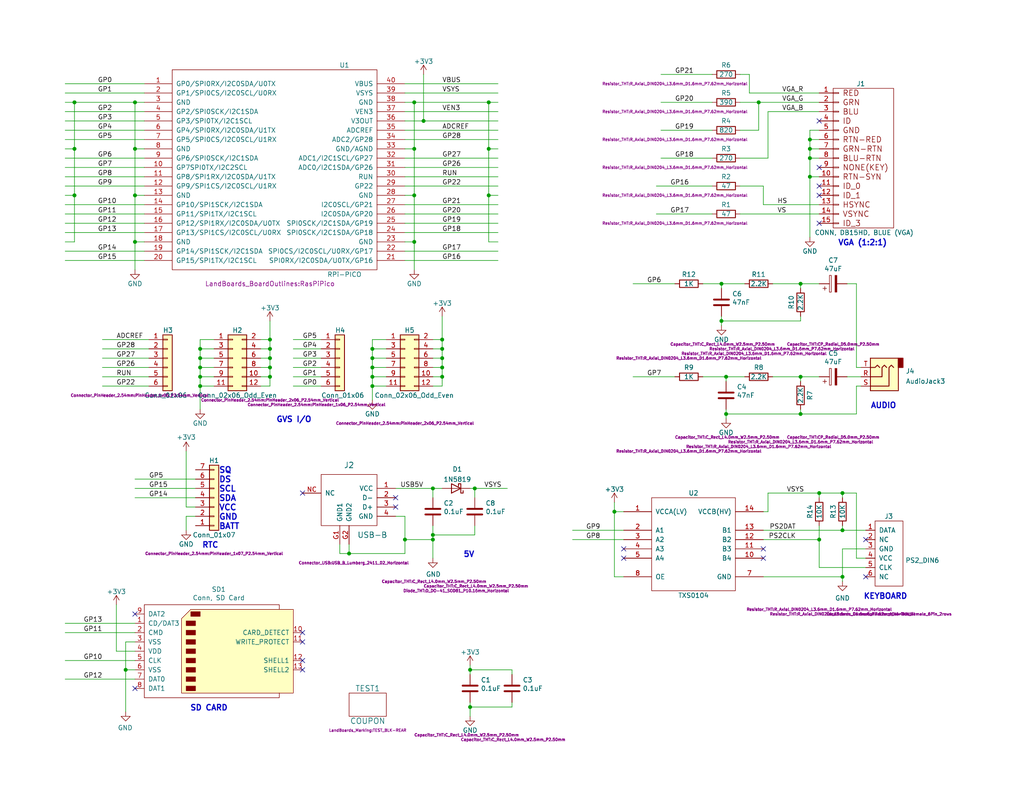
<source format=kicad_sch>
(kicad_sch (version 20211123) (generator eeschema)
  (paper "A")
  (title_block (title "PiPicoMite03") (date "2022-06-18") (rev "1") (company "land-boards.com"))
  (lib_symbols
    (symbol "Connector:AudioJack3"
      (property "Reference" "J" (at 0 8.89 0))
      (property "Value" "AudioJack3" (at 0 6.35 0))
      (symbol "AudioJack3_1_1"
        (pin passive line (at 5.08 0 180) (length 2.54) (name "~") (number "R"))
        (pin passive line (at 5.08 2.54 180) (length 2.54) (name "~") (number "S"))
        (pin passive line (at 5.08 -2.54 180) (length 2.54) (name "~") (number "T"))
      )
    )
    (symbol "Connector_Generic:Conn_01x06" (pin_names (offset 1.016) hide)
      (property "Reference" "J" (at 0 7.62 0))
      (property "Value" "Conn_01x06" (at 0 -10.16 0))
      (symbol "Conn_01x06_1_1"
        (pin passive line (at -5.08 5.08 0) (length 3.81) (name "Pin_1") (number "1"))
        (pin passive line (at -5.08 2.54 0) (length 3.81) (name "Pin_2") (number "2"))
        (pin passive line (at -5.08 0 0) (length 3.81) (name "Pin_3") (number "3"))
        (pin passive line (at -5.08 -2.54 0) (length 3.81) (name "Pin_4") (number "4"))
        (pin passive line (at -5.08 -5.08 0) (length 3.81) (name "Pin_5") (number "5"))
        (pin passive line (at -5.08 -7.62 0) (length 3.81) (name "Pin_6") (number "6"))
      )
    )
    (symbol "Connector_Generic:Conn_01x07" (pin_names (offset 1.016) hide)
      (property "Reference" "J" (at 0 10.16 0))
      (property "Value" "Conn_01x07" (at 0 -10.16 0))
      (symbol "Conn_01x07_1_1"
        (pin passive line (at -5.08 7.62 0) (length 3.81) (name "Pin_1") (number "1"))
        (pin passive line (at -5.08 5.08 0) (length 3.81) (name "Pin_2") (number "2"))
        (pin passive line (at -5.08 2.54 0) (length 3.81) (name "Pin_3") (number "3"))
        (pin passive line (at -5.08 0 0) (length 3.81) (name "Pin_4") (number "4"))
        (pin passive line (at -5.08 -2.54 0) (length 3.81) (name "Pin_5") (number "5"))
        (pin passive line (at -5.08 -5.08 0) (length 3.81) (name "Pin_6") (number "6"))
        (pin passive line (at -5.08 -7.62 0) (length 3.81) (name "Pin_7") (number "7"))
      )
    )
    (symbol "Connector_Generic:Conn_02x06_Odd_Even" (pin_names (offset 1.016) hide)
      (property "Reference" "J" (at 1.27 7.62 0))
      (property "Value" "Conn_02x06_Odd_Even" (at 1.27 -10.16 0))
      (symbol "Conn_02x06_Odd_Even_1_1"
        (pin passive line (at -5.08 5.08 0) (length 3.81) (name "Pin_1") (number "1"))
        (pin passive line (at 7.62 -5.08 180) (length 3.81) (name "Pin_10") (number "10"))
        (pin passive line (at -5.08 -7.62 0) (length 3.81) (name "Pin_11") (number "11"))
        (pin passive line (at 7.62 -7.62 180) (length 3.81) (name "Pin_12") (number "12"))
        (pin passive line (at 7.62 5.08 180) (length 3.81) (name "Pin_2") (number "2"))
        (pin passive line (at -5.08 2.54 0) (length 3.81) (name "Pin_3") (number "3"))
        (pin passive line (at 7.62 2.54 180) (length 3.81) (name "Pin_4") (number "4"))
        (pin passive line (at -5.08 0 0) (length 3.81) (name "Pin_5") (number "5"))
        (pin passive line (at 7.62 0 180) (length 3.81) (name "Pin_6") (number "6"))
        (pin passive line (at -5.08 -2.54 0) (length 3.81) (name "Pin_7") (number "7"))
        (pin passive line (at 7.62 -2.54 180) (length 3.81) (name "Pin_8") (number "8"))
        (pin passive line (at -5.08 -5.08 0) (length 3.81) (name "Pin_9") (number "9"))
      )
    )
    (symbol "Device:C" (pin_numbers hide) (pin_names (offset 0.254))
      (property "Reference" "C" (at 0.635 2.54 0))
      (property "Value" "C" (at 0.635 -2.54 0))
      (symbol "C_1_1"
        (pin passive line (at 0 3.81 270) (length 2.794) (name "~") (number "1"))
        (pin passive line (at 0 -3.81 90) (length 2.794) (name "~") (number "2"))
      )
    )
    (symbol "Device:C_Polarized" (pin_numbers hide) (pin_names (offset 0.254))
      (property "Reference" "C" (at 0.635 2.54 0))
      (property "Value" "C_Polarized" (at 0.635 -2.54 0))
      (symbol "C_Polarized_1_1"
        (pin passive line (at 0 3.81 270) (length 2.794) (name "~") (number "1"))
        (pin passive line (at 0 -3.81 90) (length 2.794) (name "~") (number "2"))
      )
    )
    (symbol "Device:D_Schottky" (pin_numbers hide) (pin_names (offset 1.016) hide)
      (property "Reference" "D" (at 0 2.54 0))
      (property "Value" "D_Schottky" (at 0 -2.54 0))
      (symbol "D_Schottky_1_1"
        (pin passive line (at -3.81 0 0) (length 2.54) (name "K") (number "1"))
        (pin passive line (at 3.81 0 180) (length 2.54) (name "A") (number "2"))
      )
    )
    (symbol "Device:R" (pin_numbers hide) (pin_names (offset 0))
      (property "Reference" "R" (at 2.032 0 90))
      (property "Value" "R" (at 0 0 90))
      (symbol "R_1_1"
        (pin passive line (at 0 3.81 270) (length 1.27) (name "~") (number "1"))
        (pin passive line (at 0 -3.81 90) (length 1.27) (name "~") (number "2"))
      )
    )
    (symbol "LandBoards:COUPON" (pin_names (offset 1.016))
      (property "Reference" "COUP?" (at 0 0 0))
      (property "Value" "LandBoards_COUPON" (at 0 0 0))
    )
    (symbol "LandBoards_Conns:PS2_DIN6" (pin_names (offset 1.016))
      (property "Reference" "J" (at -1.27 10.16 0))
      (property "Value" "PS2_DIN6" (at -1.27 -10.16 0))
      (symbol "PS2_DIN6_1_1"
        (pin input line (at -6.35 6.35 0) (length 2.54) (name "DATA") (number "1"))
        (pin input line (at -6.35 3.81 0) (length 2.54) (name "NC") (number "2"))
        (pin input line (at -6.35 1.27 0) (length 2.54) (name "GND") (number "3"))
        (pin input line (at -6.35 -1.27 0) (length 2.54) (name "VCC") (number "4"))
        (pin input line (at -6.35 -3.81 0) (length 2.54) (name "CLK") (number "5"))
        (pin input line (at -6.35 -6.35 0) (length 2.54) (name "NC") (number "6"))
      )
    )
    (symbol "LandBoards_Conns:USB-B" (pin_names (offset 1.016))
      (property "Reference" "J" (at 2.54 19.05 0))
      (property "Value" "LandBoards_Conns_USB-B" (at 5.08 2.54 0))
      (symbol "USB-B_1_1"
        (pin power_out line (at 11.43 13.97 180) (length 5.08) (name "VCC") (number "1"))
        (pin bidirectional line (at 11.43 11.43 180) (length 5.08) (name "D-") (number "2"))
        (pin bidirectional line (at 11.43 8.89 180) (length 5.08) (name "D+") (number "3"))
        (pin power_out line (at 11.43 6.35 180) (length 5.08) (name "GND") (number "4"))
        (pin passive line (at -3.81 -1.27 90) (length 5.08) (name "GND1") (number "G1"))
        (pin passive line (at -1.27 -1.27 90) (length 5.08) (name "GND2") (number "G2"))
        (pin power_in line (at -13.97 12.7 0) (length 5.08) (name "NC") (number "NC"))
      )
    )
    (symbol "LandBoards_Conns:VGA" (pin_names (offset 1.016) hide)
      (property "Reference" "P" (at -6.35 20.32 0))
      (property "Value" "LandBoards_Conns_VGA" (at -1.27 -20.32 0))
      (symbol "VGA_0_0"
        (text "BLU" (at -5.08 12.7 0) (effects (font (size 1.524 1.524)) (justify left)))
        (text "BLU-RTN" (at -5.08 0 0) (effects (font (size 1.524 1.524)) (justify left)))
        (text "GND" (at -5.08 7.62 0) (effects (font (size 1.524 1.524)) (justify left)))
        (text "GRN" (at -5.08 15.24 0) (effects (font (size 1.524 1.524)) (justify left)))
        (text "GRN-RTN" (at -5.08 2.54 0) (effects (font (size 1.524 1.524)) (justify left)))
        (text "HSYNC" (at -5.08 -12.7 0) (effects (font (size 1.524 1.524)) (justify left)))
        (text "ID" (at -5.08 10.16 0) (effects (font (size 1.524 1.524)) (justify left)))
        (text "ID_0" (at -5.08 -7.62 0) (effects (font (size 1.524 1.524)) (justify left)))
        (text "ID_1" (at -5.08 -10.16 0) (effects (font (size 1.524 1.524)) (justify left)))
        (text "ID_3" (at -5.08 -17.78 0) (effects (font (size 1.524 1.524)) (justify left)))
        (text "NONE(KEY)" (at -5.08 -2.54 0) (effects (font (size 1.524 1.524)) (justify left)))
        (text "RED" (at -5.08 17.78 0) (effects (font (size 1.524 1.524)) (justify left)))
        (text "RTN-RED" (at -5.08 5.08 0) (effects (font (size 1.524 1.524)) (justify left)))
        (text "RTN-SYN" (at -5.08 -5.08 0) (effects (font (size 1.524 1.524)) (justify left)))
        (text "VSYNC" (at -5.08 -15.24 0) (effects (font (size 1.524 1.524)) (justify left)))
      )
      (symbol "VGA_1_1"
        (pin passive line (at -11.43 17.78 0) (length 3.81) (name "P1") (number "1"))
        (pin passive line (at -11.43 -5.08 0) (length 3.81) (name "P10") (number "10"))
        (pin passive line (at -11.43 -7.62 0) (length 3.81) (name "P11") (number "11"))
        (pin passive line (at -11.43 -10.16 0) (length 3.81) (name "P12") (number "12"))
        (pin passive line (at -11.43 -12.7 0) (length 3.81) (name "P13") (number "13"))
        (pin passive line (at -11.43 -15.24 0) (length 3.81) (name "P14") (number "14"))
        (pin passive line (at -11.43 -17.78 0) (length 3.81) (name "P15") (number "15"))
        (pin passive line (at -11.43 15.24 0) (length 3.81) (name "P2") (number "2"))
        (pin passive line (at -11.43 12.7 0) (length 3.81) (name "P3") (number "3"))
        (pin passive line (at -11.43 10.16 0) (length 3.81) (name "P4") (number "4"))
        (pin passive line (at -11.43 7.62 0) (length 3.81) (name "P5") (number "5"))
        (pin passive line (at -11.43 5.08 0) (length 3.81) (name "P6") (number "6"))
        (pin passive line (at -11.43 2.54 0) (length 3.81) (name "P7") (number "7"))
        (pin passive line (at -11.43 0 0) (length 3.81) (name "P8") (number "8"))
        (pin passive line (at -11.43 -2.54 0) (length 3.81) (name "P9") (number "9"))
      )
    )
    (symbol "LandBoards_Semis:RPi-PICO" (pin_names (offset 1.016))
      (property "Reference" "U1" (at 0 29.591 0))
      (property "Value" "RPi-PICO" (at 0 27.2796 0))
      (property "Footprint" "LandBoards_BoardOutlines:RasPiPico" (at -2.54 -33.02 0))
      (symbol "RPi-PICO_1_1"
        (pin bidirectional line (at -36.83 21.59 0) (length 7.62) (name "GP0/SPI0RX/I2C0SDA/U0TX") (number "1"))
        (pin bidirectional line (at -36.83 -1.27 0) (length 7.62) (name "GP7SPI0TX/I2C2SCL") (number "10"))
        (pin bidirectional line (at -36.83 -3.81 0) (length 7.62) (name "GP8/SPI1RX/I2C0SDA/U1TX") (number "11"))
        (pin bidirectional line (at -36.83 -6.35 0) (length 7.62) (name "GP9/SPI1CS/I2C0SCL/U1RX") (number "12"))
        (pin power_in line (at -36.83 -8.89 0) (length 7.62) (name "GND") (number "13"))
        (pin bidirectional line (at -36.83 -11.43 0) (length 7.62) (name "GP10/SPI1SCK/I2C1SDA") (number "14"))
        (pin bidirectional line (at -36.83 -13.97 0) (length 7.62) (name "GP11/SPI1TX/I2C1SCL") (number "15"))
        (pin bidirectional line (at -36.83 -16.51 0) (length 7.62) (name "GP12/SPI1RX/I2C0SDA/U0TX") (number "16"))
        (pin bidirectional line (at -36.83 -19.05 0) (length 7.62) (name "GP13/SPI1CS/I2C0SCL/U0RX") (number "17"))
        (pin power_in line (at -36.83 -21.59 0) (length 7.62) (name "GND") (number "18"))
        (pin bidirectional line (at -36.83 -24.13 0) (length 7.62) (name "GP14/SPI1SCK/I2C1SDA") (number "19"))
        (pin bidirectional line (at -36.83 19.05 0) (length 7.62) (name "GP1/SPI0CS/I2C0SCL/U0RX") (number "2"))
        (pin bidirectional line (at -36.83 -26.67 0) (length 7.62) (name "GP15/SPI1TX/I2C1SCL") (number "20"))
        (pin bidirectional line (at 34.29 -26.67 180) (length 7.62) (name "SPI0RX/I2C0SDA/U0TX/GP16") (number "21"))
        (pin bidirectional line (at 34.29 -24.13 180) (length 7.62) (name "SPI0CS/I2C0SCL/U0RX/GP17") (number "22"))
        (pin power_in line (at 34.29 -21.59 180) (length 7.62) (name "GND") (number "23"))
        (pin bidirectional line (at 34.29 -19.05 180) (length 7.62) (name "SPI0SCK/I2C1SDA/GP18") (number "24"))
        (pin bidirectional line (at 34.29 -16.51 180) (length 7.62) (name "SPI0SCK/I2C1SDA/GP19") (number "25"))
        (pin bidirectional line (at 34.29 -13.97 180) (length 7.62) (name "I2C0SDA/GP20") (number "26"))
        (pin bidirectional line (at 34.29 -11.43 180) (length 7.62) (name "I2C0SCL/GP21") (number "27"))
        (pin power_in line (at 34.29 -8.89 180) (length 7.62) (name "GND") (number "28"))
        (pin bidirectional line (at 34.29 -6.35 180) (length 7.62) (name "GP22") (number "29"))
        (pin power_in line (at -36.83 16.51 0) (length 7.62) (name "GND") (number "3"))
        (pin input line (at 34.29 -3.81 180) (length 7.62) (name "RUN") (number "30"))
        (pin bidirectional line (at 34.29 -1.27 180) (length 7.62) (name "ADC0/I2C1SDA/GP26") (number "31"))
        (pin bidirectional line (at 34.29 1.27 180) (length 7.62) (name "ADC1/I2C1SCL/GP27") (number "32"))
        (pin power_in line (at 34.29 3.81 180) (length 7.62) (name "GND/AGND") (number "33"))
        (pin bidirectional line (at 34.29 6.35 180) (length 7.62) (name "ADC2/GP28") (number "34"))
        (pin power_in line (at 34.29 8.89 180) (length 7.62) (name "ADCREF") (number "35"))
        (pin power_out line (at 34.29 11.43 180) (length 7.62) (name "V3OUT") (number "36"))
        (pin bidirectional line (at 34.29 13.97 180) (length 7.62) (name "VEN3") (number "37"))
        (pin power_in line (at 34.29 16.51 180) (length 7.62) (name "GND") (number "38"))
        (pin power_in line (at 34.29 19.05 180) (length 7.62) (name "VSYS") (number "39"))
        (pin bidirectional line (at -36.83 13.97 0) (length 7.62) (name "GP2/SPI0SCK/I2C1SDA") (number "4"))
        (pin power_out line (at 34.29 21.59 180) (length 7.62) (name "VBUS") (number "40"))
        (pin bidirectional line (at -36.83 11.43 0) (length 7.62) (name "GP3/SPI0TX/I2C1SCL") (number "5"))
        (pin bidirectional line (at -36.83 8.89 0) (length 7.62) (name "GP4/SPI0RX/I2C0SDA/U1TX") (number "6"))
        (pin bidirectional line (at -36.83 6.35 0) (length 7.62) (name "GP5/SPI0CS/I2C0SCL/U1RX") (number "7"))
        (pin power_in line (at -36.83 3.81 0) (length 7.62) (name "GND") (number "8"))
        (pin bidirectional line (at -36.83 1.27 0) (length 7.62) (name "GP6/SPI0SCK/I2C1SDA") (number "9"))
      )
    )
    (symbol "LandBoards_Semis:TXS0104" (pin_names (offset 1.016))
      (property "Reference" "U" (at -2.54 13.97 0))
      (property "Value" "TXS0104" (at -1.27 -13.97 0))
      (symbol "TXS0104_1_1"
        (pin passive line (at -19.05 8.89 0) (length 7.62) (name "VCCA(LV)") (number "1"))
        (pin bidirectional line (at 19.05 -3.81 180) (length 7.62) (name "B4") (number "10"))
        (pin bidirectional line (at 19.05 -1.27 180) (length 7.62) (name "B3") (number "11"))
        (pin bidirectional line (at 19.05 1.27 180) (length 7.62) (name "B2") (number "12"))
        (pin bidirectional line (at 19.05 3.81 180) (length 7.62) (name "B1") (number "13"))
        (pin passive line (at 19.05 8.89 180) (length 7.62) (name "VCCB(HV)") (number "14"))
        (pin bidirectional line (at -19.05 3.81 0) (length 7.62) (name "A1") (number "2"))
        (pin bidirectional line (at -19.05 1.27 0) (length 7.62) (name "A2") (number "3"))
        (pin bidirectional line (at -19.05 -1.27 0) (length 7.62) (name "A3") (number "4"))
        (pin bidirectional line (at -19.05 -3.81 0) (length 7.62) (name "A4") (number "5"))
        (pin passive line (at 19.05 -8.89 180) (length 7.62) (name "GND") (number "7"))
        (pin input line (at -19.05 -8.89 0) (length 7.62) (name "OE") (number "8"))
      )
    )
    (symbol "PiPico-01-rescue:SD_Card-Connector-ESP32-VGA-rescue" (pin_names (offset 1.016))
      (property "Reference" "J" (at -16.51 13.97 0))
      (property "Value" "SD_Card-Connector-ESP32-VGA-rescue" (at 15.24 -13.97 0))
      (symbol "SD_Card-Connector-ESP32-VGA-rescue_1_1"
        (pin input line (at -22.86 7.62 0) (length 2.54) (name "CD/DAT3") (number "1"))
        (pin input line (at 22.86 5.08 180) (length 2.54) (name "CARD_DETECT") (number "10"))
        (pin input line (at 22.86 2.54 180) (length 2.54) (name "WRITE_PROTECT") (number "11"))
        (pin input line (at 22.86 -2.54 180) (length 2.54) (name "SHELL1") (number "12"))
        (pin input line (at 22.86 -5.08 180) (length 2.54) (name "SHELL2") (number "13"))
        (pin input line (at -22.86 5.08 0) (length 2.54) (name "CMD") (number "2"))
        (pin power_in line (at -22.86 2.54 0) (length 2.54) (name "VSS") (number "3"))
        (pin power_in line (at -22.86 0 0) (length 2.54) (name "VDD") (number "4"))
        (pin input line (at -22.86 -2.54 0) (length 2.54) (name "CLK") (number "5"))
        (pin power_in line (at -22.86 -5.08 0) (length 2.54) (name "VSS") (number "6"))
        (pin input line (at -22.86 -7.62 0) (length 2.54) (name "DAT0") (number "7"))
        (pin input line (at -22.86 -10.16 0) (length 2.54) (name "DAT1") (number "8"))
        (pin input line (at -22.86 10.16 0) (length 2.54) (name "DAT2") (number "9"))
      )
    )
    (symbol "power:+3.3V" (power) (pin_names (offset 0))
      (property "Value" "+3.3V" (at 0 3.556 0))
      (symbol "+3.3V_1_1"
        (pin power_in line (at 0 0 90) (length 0) hide (name "+3V3") (number "1"))
      )
    )
    (symbol "power:GND" (power) (pin_names (offset 0))
      (property "Value" "GND" (at 0 -3.81 0))
      (symbol "GND_1_1"
        (pin power_in line (at 0 0 270) (length 0) hide (name "GND") (number "1"))
      )
    )
  )
  (junction (at 54.61 105.41))
  (junction (at 20.32 53.34))
  (junction (at 101.6 97.79))
  (junction (at 118.11 146.05))
  (junction (at 73.66 92.71))
  (junction (at 196.85 77.47))
  (junction (at 73.66 100.33))
  (junction (at 198.12 102.87))
  (junction (at 36.83 53.34))
  (junction (at 118.11 133.35))
  (junction (at 36.83 27.94))
  (junction (at 54.61 100.33))
  (junction (at 133.35 40.64))
  (junction (at 167.64 139.7))
  (junction (at 220.98 40.64))
  (junction (at 34.29 182.88))
  (junction (at 54.61 95.25))
  (junction (at 36.83 66.04))
  (junction (at 101.6 105.41))
  (junction (at 133.35 53.34))
  (junction (at 223.52 134.62))
  (junction (at 113.03 27.94))
  (junction (at 198.12 113.03))
  (junction (at 115.57 33.02))
  (junction (at 20.32 40.64))
  (junction (at 20.32 27.94))
  (junction (at 73.66 95.25))
  (junction (at 113.03 66.04))
  (junction (at 196.85 87.63))
  (junction (at 129.54 133.35))
  (junction (at 220.98 48.26))
  (junction (at 220.98 43.18))
  (junction (at 218.44 102.87))
  (junction (at 120.65 102.87))
  (junction (at 120.65 92.71))
  (junction (at 101.6 102.87))
  (junction (at 229.87 134.62))
  (junction (at 73.66 97.79))
  (junction (at 218.44 77.47))
  (junction (at 133.35 27.94))
  (junction (at 36.83 40.64))
  (junction (at 101.6 95.25))
  (junction (at 110.49 147.32))
  (junction (at 54.61 97.79))
  (junction (at 120.65 97.79))
  (junction (at 95.25 151.13))
  (junction (at 229.87 157.48))
  (junction (at 128.27 182.88))
  (junction (at 101.6 100.33))
  (junction (at 229.87 144.78))
  (junction (at 73.66 102.87))
  (junction (at 120.65 100.33))
  (junction (at 118.11 147.32))
  (junction (at 113.03 40.64))
  (junction (at 218.44 113.03))
  (junction (at 120.65 95.25))
  (junction (at 220.98 38.1))
  (junction (at 128.27 193.04))
  (junction (at 207.01 27.94))
  (junction (at 113.03 53.34))
  (junction (at 223.52 147.32))
  (junction (at 54.61 102.87))
  (no_connect (at 107.95 138.43))
  (no_connect (at 107.95 135.89))
  (no_connect (at 82.55 134.62))
  (no_connect (at 36.83 167.64))
  (no_connect (at 82.55 175.26))
  (no_connect (at 82.55 172.72))
  (no_connect (at 36.83 187.96))
  (no_connect (at 170.18 152.4))
  (no_connect (at 170.18 149.86))
  (no_connect (at 208.28 149.86))
  (no_connect (at 208.28 152.4))
  (no_connect (at 236.22 157.48))
  (no_connect (at 236.22 147.32))
  (no_connect (at 82.55 182.88))
  (no_connect (at 82.55 180.34))
  (no_connect (at 223.52 53.34))
  (no_connect (at 223.52 60.96))
  (no_connect (at 223.52 45.72))
  (no_connect (at 223.52 33.02))
  (no_connect (at 223.52 50.8))
  (wire (pts (xy 118.11 95.25) (xy 120.65 95.25)))
  (wire (pts (xy 39.37 33.02) (xy 17.78 33.02)))
  (wire (pts (xy 39.37 53.34) (xy 36.83 53.34)))
  (wire (pts (xy 36.83 40.64) (xy 36.83 27.94)))
  (wire (pts (xy 129.54 135.89) (xy 129.54 133.35)))
  (wire (pts (xy 36.83 27.94) (xy 39.37 27.94)))
  (wire (pts (xy 229.87 134.62) (xy 229.87 135.89)))
  (wire (pts (xy 34.29 175.26) (xy 34.29 182.88)))
  (wire (pts (xy 194.31 35.56) (xy 180.34 35.56)))
  (wire (pts (xy 135.89 48.26) (xy 110.49 48.26)))
  (wire (pts (xy 233.68 152.4) (xy 233.68 134.62)))
  (wire (pts (xy 54.61 100.33) (xy 54.61 97.79)))
  (wire (pts (xy 101.6 97.79) (xy 101.6 95.25)))
  (wire (pts (xy 218.44 102.87) (xy 218.44 104.14)))
  (wire (pts (xy 223.52 147.32) (xy 223.52 143.51)))
  (wire (pts (xy 39.37 38.1) (xy 17.78 38.1)))
  (wire (pts (xy 156.21 147.32) (xy 170.18 147.32)))
  (wire (pts (xy 53.34 140.97) (xy 50.8 140.97)))
  (wire (pts (xy 31.75 165.1) (xy 31.75 177.8)))
  (wire (pts (xy 129.54 146.05) (xy 129.54 143.51)))
  (wire (pts (xy 223.52 58.42) (xy 201.93 58.42)))
  (wire (pts (xy 231.14 77.47) (xy 233.68 77.47)))
  (wire (pts (xy 110.49 66.04) (xy 113.03 66.04)))
  (wire (pts (xy 118.11 100.33) (xy 120.65 100.33)))
  (wire (pts (xy 236.22 144.78) (xy 229.87 144.78)))
  (wire (pts (xy 54.61 102.87) (xy 58.42 102.87)))
  (wire (pts (xy 236.22 152.4) (xy 233.68 152.4)))
  (wire (pts (xy 54.61 95.25) (xy 58.42 95.25)))
  (wire (pts (xy 128.27 181.61) (xy 128.27 182.88)))
  (wire (pts (xy 101.6 100.33) (xy 105.41 100.33)))
  (wire (pts (xy 133.35 40.64) (xy 133.35 53.34)))
  (wire (pts (xy 135.89 58.42) (xy 110.49 58.42)))
  (wire (pts (xy 233.68 100.33) (xy 233.68 77.47)))
  (wire (pts (xy 220.98 38.1) (xy 220.98 40.64)))
  (wire (pts (xy 128.27 182.88) (xy 139.7 182.88)))
  (wire (pts (xy 196.85 87.63) (xy 196.85 88.9)))
  (wire (pts (xy 54.61 102.87) (xy 54.61 100.33)))
  (wire (pts (xy 135.89 60.96) (xy 110.49 60.96)))
  (wire (pts (xy 110.49 35.56) (xy 135.89 35.56)))
  (wire (pts (xy 95.25 151.13) (xy 110.49 151.13)))
  (wire (pts (xy 218.44 111.76) (xy 218.44 113.03)))
  (wire (pts (xy 39.37 25.4) (xy 17.78 25.4)))
  (wire (pts (xy 36.83 182.88) (xy 34.29 182.88)))
  (wire (pts (xy 110.49 53.34) (xy 113.03 53.34)))
  (wire (pts (xy 120.65 86.36) (xy 120.65 92.71)))
  (wire (pts (xy 39.37 71.12) (xy 17.78 71.12)))
  (wire (pts (xy 20.32 40.64) (xy 20.32 53.34)))
  (wire (pts (xy 71.12 97.79) (xy 73.66 97.79)))
  (wire (pts (xy 80.01 102.87) (xy 87.63 102.87)))
  (wire (pts (xy 20.32 40.64) (xy 17.78 40.64)))
  (wire (pts (xy 234.95 105.41) (xy 233.68 105.41)))
  (wire (pts (xy 218.44 102.87) (xy 223.52 102.87)))
  (wire (pts (xy 39.37 45.72) (xy 17.78 45.72)))
  (wire (pts (xy 208.28 157.48) (xy 229.87 157.48)))
  (wire (pts (xy 73.66 97.79) (xy 73.66 100.33)))
  (wire (pts (xy 220.98 40.64) (xy 220.98 43.18)))
  (wire (pts (xy 101.6 97.79) (xy 105.41 97.79)))
  (wire (pts (xy 40.64 105.41) (xy 27.94 105.41)))
  (wire (pts (xy 133.35 53.34) (xy 133.35 66.04)))
  (wire (pts (xy 39.37 50.8) (xy 17.78 50.8)))
  (wire (pts (xy 73.66 92.71) (xy 73.66 95.25)))
  (wire (pts (xy 204.47 20.32) (xy 204.47 25.4)))
  (wire (pts (xy 118.11 146.05) (xy 129.54 146.05)))
  (wire (pts (xy 36.83 73.66) (xy 36.83 66.04)))
  (wire (pts (xy 167.64 139.7) (xy 167.64 137.16)))
  (wire (pts (xy 20.32 27.94) (xy 36.83 27.94)))
  (wire (pts (xy 54.61 100.33) (xy 58.42 100.33)))
  (wire (pts (xy 133.35 27.94) (xy 135.89 27.94)))
  (wire (pts (xy 40.64 100.33) (xy 27.94 100.33)))
  (wire (pts (xy 54.61 97.79) (xy 54.61 95.25)))
  (wire (pts (xy 92.71 151.13) (xy 95.25 151.13)))
  (wire (pts (xy 107.95 133.35) (xy 118.11 133.35)))
  (wire (pts (xy 95.25 151.13) (xy 95.25 148.59)))
  (wire (pts (xy 113.03 27.94) (xy 133.35 27.94)))
  (wire (pts (xy 39.37 66.04) (xy 36.83 66.04)))
  (wire (pts (xy 208.28 147.32) (xy 223.52 147.32)))
  (wire (pts (xy 107.95 140.97) (xy 110.49 140.97)))
  (wire (pts (xy 80.01 100.33) (xy 87.63 100.33)))
  (wire (pts (xy 36.83 135.89) (xy 53.34 135.89)))
  (wire (pts (xy 36.83 175.26) (xy 34.29 175.26)))
  (wire (pts (xy 58.42 105.41) (xy 54.61 105.41)))
  (wire (pts (xy 179.07 58.42) (xy 194.31 58.42)))
  (wire (pts (xy 172.72 102.87) (xy 184.15 102.87)))
  (wire (pts (xy 196.85 87.63) (xy 218.44 87.63)))
  (wire (pts (xy 110.49 147.32) (xy 118.11 147.32)))
  (wire (pts (xy 17.78 180.34) (xy 36.83 180.34)))
  (wire (pts (xy 101.6 102.87) (xy 105.41 102.87)))
  (wire (pts (xy 218.44 77.47) (xy 218.44 78.74)))
  (wire (pts (xy 115.57 33.02) (xy 135.89 33.02)))
  (wire (pts (xy 80.01 105.41) (xy 87.63 105.41)))
  (wire (pts (xy 53.34 138.43) (xy 50.8 138.43)))
  (wire (pts (xy 39.37 60.96) (xy 17.78 60.96)))
  (wire (pts (xy 220.98 35.56) (xy 220.98 38.1)))
  (wire (pts (xy 218.44 113.03) (xy 233.68 113.03)))
  (wire (pts (xy 120.65 92.71) (xy 120.65 95.25)))
  (wire (pts (xy 118.11 133.35) (xy 120.65 133.35)))
  (wire (pts (xy 172.72 77.47) (xy 184.15 77.47)))
  (wire (pts (xy 129.54 133.35) (xy 138.43 133.35)))
  (wire (pts (xy 220.98 40.64) (xy 223.52 40.64)))
  (wire (pts (xy 39.37 48.26) (xy 17.78 48.26)))
  (wire (pts (xy 220.98 48.26) (xy 223.52 48.26)))
  (wire (pts (xy 101.6 95.25) (xy 101.6 92.71)))
  (wire (pts (xy 39.37 22.86) (xy 17.78 22.86)))
  (wire (pts (xy 223.52 35.56) (xy 220.98 35.56)))
  (wire (pts (xy 80.01 95.25) (xy 87.63 95.25)))
  (wire (pts (xy 135.89 68.58) (xy 110.49 68.58)))
  (wire (pts (xy 201.93 35.56) (xy 207.01 35.56)))
  (wire (pts (xy 120.65 100.33) (xy 120.65 102.87)))
  (wire (pts (xy 115.57 33.02) (xy 115.57 20.32)))
  (wire (pts (xy 71.12 102.87) (xy 73.66 102.87)))
  (wire (pts (xy 167.64 139.7) (xy 167.64 157.48)))
  (wire (pts (xy 210.82 102.87) (xy 218.44 102.87)))
  (wire (pts (xy 133.35 66.04) (xy 135.89 66.04)))
  (wire (pts (xy 223.52 134.62) (xy 223.52 135.89)))
  (wire (pts (xy 71.12 105.41) (xy 73.66 105.41)))
  (wire (pts (xy 113.03 53.34) (xy 113.03 40.64)))
  (wire (pts (xy 209.55 139.7) (xy 208.28 139.7)))
  (wire (pts (xy 101.6 102.87) (xy 101.6 100.33)))
  (wire (pts (xy 167.64 157.48) (xy 170.18 157.48)))
  (wire (pts (xy 110.49 151.13) (xy 110.49 147.32)))
  (wire (pts (xy 128.27 191.77) (xy 128.27 193.04)))
  (wire (pts (xy 50.8 140.97) (xy 50.8 144.78)))
  (wire (pts (xy 198.12 104.14) (xy 198.12 102.87)))
  (wire (pts (xy 40.64 95.25) (xy 27.94 95.25)))
  (wire (pts (xy 229.87 157.48) (xy 229.87 158.75)))
  (wire (pts (xy 218.44 87.63) (xy 218.44 86.36)))
  (wire (pts (xy 135.89 71.12) (xy 110.49 71.12)))
  (wire (pts (xy 139.7 184.15) (xy 139.7 182.88)))
  (wire (pts (xy 39.37 55.88) (xy 17.78 55.88)))
  (wire (pts (xy 233.68 105.41) (xy 233.68 113.03)))
  (wire (pts (xy 209.55 134.62) (xy 223.52 134.62)))
  (wire (pts (xy 223.52 55.88) (xy 208.28 55.88)))
  (wire (pts (xy 229.87 134.62) (xy 223.52 134.62)))
  (wire (pts (xy 135.89 43.18) (xy 110.49 43.18)))
  (wire (pts (xy 50.8 138.43) (xy 50.8 123.19)))
  (wire (pts (xy 118.11 143.51) (xy 118.11 146.05)))
  (wire (pts (xy 54.61 97.79) (xy 58.42 97.79)))
  (wire (pts (xy 40.64 102.87) (xy 27.94 102.87)))
  (wire (pts (xy 101.6 100.33) (xy 101.6 97.79)))
  (wire (pts (xy 39.37 30.48) (xy 17.78 30.48)))
  (wire (pts (xy 71.12 100.33) (xy 73.66 100.33)))
  (wire (pts (xy 198.12 113.03) (xy 198.12 114.3)))
  (wire (pts (xy 113.03 66.04) (xy 113.03 53.34)))
  (wire (pts (xy 73.66 87.63) (xy 73.66 92.71)))
  (wire (pts (xy 194.31 50.8) (xy 179.07 50.8)))
  (wire (pts (xy 17.78 185.42) (xy 36.83 185.42)))
  (wire (pts (xy 73.66 100.33) (xy 73.66 102.87)))
  (wire (pts (xy 220.98 43.18) (xy 220.98 48.26)))
  (wire (pts (xy 31.75 177.8) (xy 36.83 177.8)))
  (wire (pts (xy 110.49 22.86) (xy 135.89 22.86)))
  (wire (pts (xy 223.52 27.94) (xy 207.01 27.94)))
  (wire (pts (xy 113.03 40.64) (xy 113.03 27.94)))
  (wire (pts (xy 128.27 182.88) (xy 128.27 184.15)))
  (wire (pts (xy 34.29 182.88) (xy 34.29 194.31)))
  (wire (pts (xy 110.49 25.4) (xy 135.89 25.4)))
  (wire (pts (xy 229.87 149.86) (xy 229.87 157.48)))
  (wire (pts (xy 135.89 38.1) (xy 110.49 38.1)))
  (wire (pts (xy 128.27 193.04) (xy 128.27 195.58)))
  (wire (pts (xy 17.78 170.18) (xy 36.83 170.18)))
  (wire (pts (xy 135.89 50.8) (xy 110.49 50.8)))
  (wire (pts (xy 135.89 63.5) (xy 110.49 63.5)))
  (wire (pts (xy 191.77 102.87) (xy 198.12 102.87)))
  (wire (pts (xy 71.12 95.25) (xy 73.66 95.25)))
  (wire (pts (xy 223.52 154.94) (xy 223.52 147.32)))
  (wire (pts (xy 208.28 144.78) (xy 229.87 144.78)))
  (wire (pts (xy 220.98 48.26) (xy 220.98 64.77)))
  (wire (pts (xy 17.78 27.94) (xy 20.32 27.94)))
  (wire (pts (xy 198.12 113.03) (xy 218.44 113.03)))
  (wire (pts (xy 233.68 134.62) (xy 229.87 134.62)))
  (wire (pts (xy 110.49 30.48) (xy 135.89 30.48)))
  (wire (pts (xy 191.77 77.47) (xy 196.85 77.47)))
  (wire (pts (xy 54.61 105.41) (xy 54.61 111.76)))
  (wire (pts (xy 201.93 27.94) (xy 207.01 27.94)))
  (wire (pts (xy 20.32 53.34) (xy 17.78 53.34)))
  (wire (pts (xy 101.6 105.41) (xy 101.6 109.22)))
  (wire (pts (xy 39.37 35.56) (xy 17.78 35.56)))
  (wire (pts (xy 110.49 40.64) (xy 113.03 40.64)))
  (wire (pts (xy 36.83 53.34) (xy 36.83 40.64)))
  (wire (pts (xy 39.37 58.42) (xy 17.78 58.42)))
  (wire (pts (xy 110.49 33.02) (xy 115.57 33.02)))
  (wire (pts (xy 113.03 27.94) (xy 110.49 27.94)))
  (wire (pts (xy 120.65 102.87) (xy 120.65 105.41)))
  (wire (pts (xy 196.85 78.74) (xy 196.85 77.47)))
  (wire (pts (xy 39.37 43.18) (xy 17.78 43.18)))
  (wire (pts (xy 196.85 77.47) (xy 203.2 77.47)))
  (wire (pts (xy 170.18 139.7) (xy 167.64 139.7)))
  (wire (pts (xy 105.41 105.41) (xy 101.6 105.41)))
  (wire (pts (xy 80.01 97.79) (xy 87.63 97.79)))
  (wire (pts (xy 234.95 100.33) (xy 233.68 100.33)))
  (wire (pts (xy 209.55 43.18) (xy 201.93 43.18)))
  (wire (pts (xy 110.49 140.97) (xy 110.49 147.32)))
  (wire (pts (xy 118.11 105.41) (xy 120.65 105.41)))
  (wire (pts (xy 209.55 30.48) (xy 209.55 43.18)))
  (wire (pts (xy 118.11 102.87) (xy 120.65 102.87)))
  (wire (pts (xy 40.64 97.79) (xy 27.94 97.79)))
  (wire (pts (xy 36.83 130.81) (xy 53.34 130.81)))
  (wire (pts (xy 194.31 43.18) (xy 180.34 43.18)))
  (wire (pts (xy 194.31 20.32) (xy 180.34 20.32)))
  (wire (pts (xy 196.85 86.36) (xy 196.85 87.63)))
  (wire (pts (xy 101.6 95.25) (xy 105.41 95.25)))
  (wire (pts (xy 54.61 92.71) (xy 58.42 92.71)))
  (wire (pts (xy 204.47 25.4) (xy 223.52 25.4)))
  (wire (pts (xy 208.28 50.8) (xy 208.28 55.88)))
  (wire (pts (xy 39.37 40.64) (xy 36.83 40.64)))
  (wire (pts (xy 54.61 95.25) (xy 54.61 92.71)))
  (wire (pts (xy 73.66 102.87) (xy 73.66 105.41)))
  (wire (pts (xy 39.37 63.5) (xy 17.78 63.5)))
  (wire (pts (xy 139.7 191.77) (xy 139.7 193.04)))
  (wire (pts (xy 118.11 92.71) (xy 120.65 92.71)))
  (wire (pts (xy 118.11 97.79) (xy 120.65 97.79)))
  (wire (pts (xy 101.6 102.87) (xy 101.6 105.41)))
  (wire (pts (xy 133.35 53.34) (xy 135.89 53.34)))
  (wire (pts (xy 201.93 50.8) (xy 208.28 50.8)))
  (wire (pts (xy 231.14 102.87) (xy 234.95 102.87)))
  (wire (pts (xy 220.98 38.1) (xy 223.52 38.1)))
  (wire (pts (xy 36.83 133.35) (xy 53.34 133.35)))
  (wire (pts (xy 198.12 102.87) (xy 203.2 102.87)))
  (wire (pts (xy 120.65 95.25) (xy 120.65 97.79)))
  (wire (pts (xy 20.32 66.04) (xy 17.78 66.04)))
  (wire (pts (xy 128.27 133.35) (xy 129.54 133.35)))
  (wire (pts (xy 135.89 55.88) (xy 110.49 55.88)))
  (wire (pts (xy 198.12 111.76) (xy 198.12 113.03)))
  (wire (pts (xy 101.6 92.71) (xy 105.41 92.71)))
  (wire (pts (xy 113.03 73.66) (xy 113.03 66.04)))
  (wire (pts (xy 223.52 30.48) (xy 209.55 30.48)))
  (wire (pts (xy 194.31 27.94) (xy 180.34 27.94)))
  (wire (pts (xy 210.82 77.47) (xy 218.44 77.47)))
  (wire (pts (xy 156.21 144.78) (xy 170.18 144.78)))
  (wire (pts (xy 236.22 154.94) (xy 223.52 154.94)))
  (wire (pts (xy 73.66 95.25) (xy 73.66 97.79)))
  (wire (pts (xy 118.11 146.05) (xy 118.11 147.32)))
  (wire (pts (xy 92.71 148.59) (xy 92.71 151.13)))
  (wire (pts (xy 27.94 92.71) (xy 40.64 92.71)))
  (wire (pts (xy 17.78 172.72) (xy 36.83 172.72)))
  (wire (pts (xy 118.11 147.32) (xy 118.11 152.4)))
  (wire (pts (xy 118.11 133.35) (xy 118.11 135.89)))
  (wire (pts (xy 236.22 149.86) (xy 229.87 149.86)))
  (wire (pts (xy 128.27 193.04) (xy 139.7 193.04)))
  (wire (pts (xy 36.83 66.04) (xy 36.83 53.34)))
  (wire (pts (xy 209.55 134.62) (xy 209.55 139.7)))
  (wire (pts (xy 80.01 92.71) (xy 87.63 92.71)))
  (wire (pts (xy 133.35 40.64) (xy 135.89 40.64)))
  (wire (pts (xy 135.89 45.72) (xy 110.49 45.72)))
  (wire (pts (xy 20.32 53.34) (xy 20.32 66.04)))
  (wire (pts (xy 201.93 20.32) (xy 204.47 20.32)))
  (wire (pts (xy 207.01 35.56) (xy 207.01 27.94)))
  (wire (pts (xy 39.37 68.58) (xy 17.78 68.58)))
  (wire (pts (xy 218.44 77.47) (xy 223.52 77.47)))
  (wire (pts (xy 220.98 43.18) (xy 223.52 43.18)))
  (wire (pts (xy 133.35 27.94) (xy 133.35 40.64)))
  (wire (pts (xy 20.32 27.94) (xy 20.32 40.64)))
  (wire (pts (xy 71.12 92.71) (xy 73.66 92.71)))
  (wire (pts (xy 120.65 97.79) (xy 120.65 100.33)))
  (wire (pts (xy 229.87 144.78) (xy 229.87 143.51)))
  (wire (pts (xy 54.61 102.87) (xy 54.61 105.41)))
  (text "GVS I/O" (at 85.09 115.57 180) (effects (font (size 1.524 1.524) (thickness 0.3048) bold) (justify right bottom)))
  (text "RTC" (at 59.69 149.86 180) (effects (font (size 1.524 1.524) (thickness 0.3048) bold) (justify right bottom)))
  (text "SQ\nDS\nSCL\nSDA\nVCC\nGND\nBATT" (at 59.69 144.78 0) (effects (font (size 1.5875 1.5875) (thickness 0.3048) bold) (justify left bottom)))
  (text "KEYBOARD" (at 247.65 163.83 180) (effects (font (size 1.524 1.524) (thickness 0.3048) bold) (justify right bottom)))
  (text "AUDIO" (at 237.49 111.76 0) (effects (font (size 1.524 1.524) (thickness 0.3048) bold) (justify left bottom)))
  (text "VGA (1:2:1)" (at 228.6 67.31 0) (effects (font (size 1.524 1.524) (thickness 0.3048) bold) (justify left bottom)))
  (text "5V" (at 129.54 152.4 180) (effects (font (size 1.524 1.524) (thickness 0.3048) bold) (justify right bottom)))
  (text "SD CARD" (at 62.23 194.31 180) (effects (font (size 1.524 1.524) (thickness 0.3048) bold) (justify right bottom)))
  (label "GP18" (at 120.65 63.5 0))
  (label "GP4" (at 26.67 35.56 0))
  (label "RUN" (at 120.65 48.26 0))
  (label "GP2" (at 82.55 100.33 0))
  (label "GP0" (at 26.67 22.86 0))
  (label "GP10" (at 26.67 55.88 0))
  (label "GP7" (at 26.67 45.72 0))
  (label "GP14" (at 40.64 135.89 0))
  (label "GP19" (at 184.15 35.56 0))
  (label "GP27" (at 120.65 43.18 0))
  (label "GP3" (at 26.67 33.02 0))
  (label "GP3" (at 82.55 97.79 0))
  (label "VSYS" (at 132.08 133.35 0))
  (label "VBUS" (at 120.65 22.86 0))
  (label "GP26" (at 31.75 100.33 0))
  (label "ADCREF" (at 31.75 92.71 0))
  (label "USB5V" (at 109.22 133.35 0))
  (label "GP20" (at 120.65 58.42 0))
  (label "GP6" (at 176.53 77.47 0))
  (label "VSYS" (at 214.63 134.62 0))
  (label "VGA_G" (at 213.36 27.94 0))
  (label "GP13" (at 27.94 170.18 180))
  (label "GP16" (at 120.65 71.12 0))
  (label "GP18" (at 184.15 43.18 0))
  (label "GP2" (at 26.67 30.48 0))
  (label "GP15" (at 26.67 71.12 0))
  (label "GP17" (at 182.88 58.42 0))
  (label "GP12" (at 27.94 185.42 180))
  (label "PS2CLK" (at 217.17 147.32 180))
  (label "VGA_R" (at 213.36 25.4 0))
  (label "ADCREF" (at 120.65 35.56 0))
  (label "GP1" (at 26.67 25.4 0))
  (label "GP28" (at 31.75 95.25 0))
  (label "GP15" (at 40.64 133.35 0))
  (label "GP17" (at 120.65 68.58 0))
  (label "GP4" (at 82.55 95.25 0))
  (label "GP0" (at 82.55 105.41 0))
  (label "GP7" (at 176.53 102.87 0))
  (label "GP19" (at 120.65 60.96 0))
  (label "GP20" (at 184.15 27.94 0))
  (label "GP12" (at 26.67 60.96 0))
  (label "GP28" (at 120.65 38.1 0))
  (label "GP5" (at 82.55 92.71 0))
  (label "GP5" (at 26.67 38.1 0))
  (label "GP9" (at 163.83 144.78 180))
  (label "GP1" (at 82.55 102.87 0))
  (label "RUN" (at 31.75 102.87 0))
  (label "GP21" (at 120.65 55.88 0))
  (label "GP11" (at 26.67 58.42 0))
  (label "GP5" (at 40.64 130.81 0))
  (label "GP22" (at 31.75 105.41 0))
  (label "GP10" (at 27.94 180.34 180))
  (label "GP16" (at 182.88 50.8 0))
  (label "GP14" (at 26.67 68.58 0))
  (label "PS2DAT" (at 217.17 144.78 180))
  (label "GP8" (at 26.67 48.26 0))
  (label "GP11" (at 27.94 172.72 180))
  (label "GP27" (at 31.75 97.79 0))
  (label "GP21" (at 184.15 20.32 0))
  (label "GP13" (at 26.67 63.5 0))
  (label "GP9" (at 26.67 50.8 0))
  (label "VGA_B" (at 213.36 30.48 0))
  (label "GP6" (at 26.67 43.18 0))
  (label "VSYS" (at 120.65 25.4 0))
  (label "GP8" (at 163.83 147.32 180))
  (label "HS" (at 212.09 55.88 0))
  (label "VEN3" (at 120.65 30.48 0))
  (label "GP22" (at 120.65 50.8 0))
  (label "GP26" (at 120.65 45.72 0))
  (label "VS" (at 212.09 58.42 0))
  (symbol (lib_id "LandBoards:COUPON") (at 100.33 195.58 0) (unit 1)
    (property "Reference" "TEST1" (at 100.33 187.96 0) (effects (font (size 1.524 1.524))))
    (property "Value" "COUPON" (at 100.33 196.85 0) (effects (font (size 1.524 1.524))))
    (property "Footprint" "LandBoards_Marking:TEST_BLK-REAR" (at 100.33 199.39 0) (effects (font (size 0.762 0.762))))
  )
  (symbol (lib_id "power:GND") (at 36.83 73.66 0) (unit 1)
    (property "Reference" "#PWR04" (effects hide))
    (property "Value" "GND" (at 36.83 77.47 0))
  )
  (symbol (lib_id "power:GND") (at 54.61 111.76 0) (unit 1)
    (property "Reference" "#PWR012" (effects hide))
    (property "Value" "GND" (at 54.61 115.57 0))
  )
  (symbol (lib_id "power:+3.3V") (at 73.66 87.63 0) (unit 1)
    (property "Reference" "#PWR015" (effects hide))
    (property "Value" "+3.3V" (at 73.66 84.074 0))
  )
  (symbol (lib_id "Device:C") (at 128.27 187.96 0) (unit 1)
    (property "Reference" "C1" (at 131.191 185.6486 0) (effects (justify left)))
    (property "Value" "0.1uF" (at 131.191 187.96 0) (effects (justify left)))
    (property "Footprint" "Capacitor_THT:C_Rect_L4.0mm_W2.5mm_P2.50mm" (at 113.03 200.66 0) (effects (font (size 0.762 0.762)) (justify left)))
    (property "Datasheet" "https://www.mouser.com/ProductDetail/75-1C10Z5U104M050B" (effects hide))
  )
  (symbol (lib_id "Device:C") (at 139.7 187.96 0) (unit 1)
    (property "Reference" "C3" (at 142.621 185.6486 0) (effects (justify left)))
    (property "Value" "0.1uF" (at 142.621 187.96 0) (effects (justify left)))
    (property "Footprint" "Capacitor_THT:C_Rect_L4.0mm_W2.5mm_P2.50mm" (at 125.73 201.93 0) (effects (font (size 0.762 0.762)) (justify left)))
    (property "Datasheet" "https://www.mouser.com/ProductDetail/75-1C10Z5U104M050B" (effects hide))
  )
  (symbol (lib_id "power:GND") (at 113.03 73.66 0) (unit 1)
    (property "Reference" "#PWR09" (effects hide))
    (property "Value" "GND" (at 113.03 77.47 0))
  )
  (symbol (lib_id "power:GND") (at 128.27 195.58 0) (unit 1)
    (property "Reference" "#PWR07" (effects hide))
    (property "Value" "GND" (at 128.27 199.39 0))
  )
  (symbol (lib_id "power:+3.3V") (at 128.27 181.61 0) (unit 1)
    (property "Reference" "#PWR06" (effects hide))
    (property "Value" "+3.3V" (at 128.27 178.054 0))
  )
  (symbol (lib_id "LandBoards_Conns:VGA") (at 234.95 43.18 0) (unit 1)
    (property "Reference" "J1" (at 233.68 22.86 0) (effects (justify left)))
    (property "Value" "CONN, DB15HD, BLUE (VGA)" (at 222.25 63.5 0) (effects (justify left)))
    (property "Footprint" "LandBoards_Conns:DB_15F-VGA-fixed" (effects hide))
    (property "Datasheet" "https://www.mouser.com/datasheet/2/123/English_634_Ordering_Guide-1830723.pdf" (effects hide))
  )
  (symbol (lib_id "Device:R") (at 198.12 20.32 270) (unit 1)
    (property "Reference" "R6" (at 198.12 17.78 90))
    (property "Value" "270" (at 198.12 20.32 90))
    (property "Footprint" "Resistor_THT:R_Axial_DIN0204_L3.6mm_D1.6mm_P7.62mm_Horizontal" (at 184.15 22.86 90) (effects (font (size 0.762 0.762))))
    (property "Datasheet" "https://www.mouser.com/ProductDetail/Ohmite/OJ2715E-R52?qs=AkUtuiJmyfl8miHDMWB4Gg%3D%3D" (effects hide))
  )
  (symbol (lib_id "power:GND") (at 220.98 64.77 0) (unit 1)
    (property "Reference" "#PWR019" (effects hide))
    (property "Value" "GND" (at 220.98 68.58 0))
  )
  (symbol (lib_id "Device:R") (at 187.96 102.87 270) (unit 1)
    (property "Reference" "R9" (at 187.96 100.33 90))
    (property "Value" "1K" (at 187.96 102.87 90))
    (property "Footprint" "Resistor_THT:R_Axial_DIN0204_L3.6mm_D1.6mm_P7.62mm_Horizontal" (at 187.96 123.19 90) (effects (font (size 0.762 0.762))))
    (property "Datasheet" "https://www.mouser.com/ProductDetail/Xicon/299-1K-RC?qs=LFVzBv9lGv703mrPrUE94Q%3D%3D" (effects hide))
  )
  (symbol (lib_id "Device:C") (at 198.12 107.95 0) (unit 1)
    (property "Reference" "C4" (at 201.041 105.6386 0) (effects (justify left)))
    (property "Value" "47nF" (at 201.041 107.95 0) (effects (justify left)))
    (property "Footprint" "Capacitor_THT:C_Rect_L4.0mm_W2.5mm_P2.50mm" (at 184.15 119.38 0) (effects (font (size 0.762 0.762)) (justify left)))
    (property "Datasheet" "https://www.mouser.com/ProductDetail/TDK/FG18X7R1H473KNT06?qs=qf2ddTMq67Ua7q%2FdN4IhqA%3D%3D" (effects hide))
  )
  (symbol (lib_id "power:GND") (at 198.12 114.3 0) (unit 1)
    (property "Reference" "#PWR018" (effects hide))
    (property "Value" "GND" (at 198.12 118.11 0))
  )
  (symbol (lib_id "Device:C_Polarized") (at 227.33 102.87 90) (unit 1)
    (property "Reference" "C5" (at 227.33 96.4692 90))
    (property "Value" "47uF" (at 227.33 98.7806 90))
    (property "Footprint" "Capacitor_THT:CP_Radial_D5.0mm_P2.50mm" (at 227.33 119.38 90) (effects (font (size 0.762 0.762))))
    (property "Datasheet" "https://www.mouser.com/ProductDetail/140-REA470M1CBK0511P" (effects hide))
  )
  (symbol (lib_id "PiPico-01-rescue:SD_Card-Connector-ESP32-VGA-rescue") (at 59.69 177.8 0) (unit 1)
    (property "Reference" "SD1" (at 59.69 160.909 0))
    (property "Value" "Conn, SD Card" (at 59.69 163.2204 0))
    (property "Footprint" "LandBoards_Conns:SD_CARD" (effects hide))
    (property "Datasheet" "https://cdn.amphenol-cs.com/media/wysiwyg/files/drawing/gmc02008xhr.pdf" (effects hide))
  )
  (symbol (lib_id "power:GND") (at 34.29 194.31 0) (mirror y) (unit 1)
    (property "Reference" "#PWR01" (effects hide))
    (property "Value" "GND" (at 34.163 198.7042 0))
  )
  (symbol (lib_id "power:+3.3V") (at 115.57 20.32 0) (unit 1)
    (property "Reference" "#PWR010" (effects hide))
    (property "Value" "+3.3V" (at 115.57 16.764 0))
  )
  (symbol (lib_id "power:+3.3V") (at 31.75 165.1 0) (mirror y) (unit 1)
    (property "Reference" "#PWR03" (effects hide))
    (property "Value" "+3.3V" (at 31.75 161.544 0))
  )
  (symbol (lib_id "power:GND") (at 118.11 152.4 0) (unit 1)
    (property "Reference" "#PWR02" (effects hide))
    (property "Value" "GND" (at 118.237 156.7942 0))
  )
  (symbol (lib_id "Device:C") (at 118.11 139.7 0) (unit 1)
    (property "Reference" "C2" (at 121.031 137.3886 0) (effects (justify left)))
    (property "Value" "0.1uF" (at 121.031 139.7 0) (effects (justify left)))
    (property "Footprint" "Capacitor_THT:C_Rect_L4.0mm_W2.5mm_P2.50mm" (at 104.14 158.75 0) (effects (font (size 0.762 0.762)) (justify left)))
    (property "Datasheet" "https://www.mouser.com/ProductDetail/75-1C10Z5U104M050B" (effects hide))
  )
  (symbol (lib_id "Device:C") (at 129.54 139.7 0) (unit 1)
    (property "Reference" "C8" (at 132.461 137.3886 0) (effects (justify left)))
    (property "Value" "0.1uF" (at 132.461 139.7 0) (effects (justify left)))
    (property "Footprint" "Capacitor_THT:C_Rect_L4.0mm_W2.5mm_P2.50mm" (at 115.57 160.02 0) (effects (font (size 0.762 0.762)) (justify left)))
    (property "Datasheet" "https://www.mouser.com/ProductDetail/75-1C10Z5U104M050B" (effects hide))
  )
  (symbol (lib_id "LandBoards_Semis:RPi-PICO") (at 76.2 44.45 0) (unit 1)
    (property "Reference" "U1" (at 93.98 17.78 0))
    (property "Value" "RPi-PICO" (at 93.98 74.93 0))
    (property "Footprint" "LandBoards_BoardOutlines:RasPiPico" (at 73.66 77.47 0))
    (property "Datasheet" "https://www.adafruit.com/product/4864" (effects hide))
  )
  (symbol (lib_id "Device:R") (at 198.12 35.56 270) (unit 1)
    (property "Reference" "R4" (at 198.12 33.02 90))
    (property "Value" "820" (at 198.12 35.56 90))
    (property "Footprint" "Resistor_THT:R_Axial_DIN0204_L3.6mm_D1.6mm_P7.62mm_Horizontal" (at 184.15 38.1 90) (effects (font (size 0.762 0.762))))
    (property "Datasheet" "https://www.mouser.com/ProductDetail/Xicon/299-750-RC?qs=r3p0CtoijEudY32yxHjb0Q%3D%3D" (effects hide))
  )
  (symbol (lib_id "Device:R") (at 198.12 27.94 270) (unit 1)
    (property "Reference" "R5" (at 198.12 25.4 90))
    (property "Value" "390" (at 198.12 27.94 90))
    (property "Footprint" "Resistor_THT:R_Axial_DIN0204_L3.6mm_D1.6mm_P7.62mm_Horizontal" (at 184.15 30.48 90) (effects (font (size 0.762 0.762))))
    (property "Datasheet" "https://www.mouser.com/ProductDetail/Xicon/299-360-RC?qs=4SEauRHMWrgg5PAiO238Jg%3D%3D" (effects hide))
  )
  (symbol (lib_id "Device:R") (at 198.12 43.18 270) (unit 1)
    (property "Reference" "R3" (at 198.12 40.64 90))
    (property "Value" "270" (at 198.12 43.18 90))
    (property "Footprint" "Resistor_THT:R_Axial_DIN0204_L3.6mm_D1.6mm_P7.62mm_Horizontal" (at 184.15 45.72 90) (effects (font (size 0.762 0.762))))
    (property "Datasheet" "https://www.mouser.com/ProductDetail/Ohmite/OJ2715E-R52?qs=AkUtuiJmyfl8miHDMWB4Gg%3D%3D" (effects hide))
  )
  (symbol (lib_id "Device:R") (at 198.12 50.8 270) (unit 1)
    (property "Reference" "R2" (at 198.12 48.26 90))
    (property "Value" "47" (at 198.12 50.8 90))
    (property "Footprint" "Resistor_THT:R_Axial_DIN0204_L3.6mm_D1.6mm_P7.62mm_Horizontal" (at 184.15 53.34 90) (effects (font (size 0.762 0.762))))
    (property "Datasheet" "https://www.mouser.com/ProductDetail/Ohmite/OJ4705E-R52?qs=AkUtuiJmyfnsNaojPyuOog%3D%3D" (effects hide))
  )
  (symbol (lib_id "Device:R") (at 198.12 58.42 270) (unit 1)
    (property "Reference" "R1" (at 198.12 55.88 90))
    (property "Value" "47" (at 198.12 58.42 90))
    (property "Footprint" "Resistor_THT:R_Axial_DIN0204_L3.6mm_D1.6mm_P7.62mm_Horizontal" (at 184.15 60.96 90) (effects (font (size 0.762 0.762))))
    (property "Datasheet" "https://www.mouser.com/ProductDetail/Ohmite/OJ4705E-R52?qs=AkUtuiJmyfnsNaojPyuOog%3D%3D" (effects hide))
  )
  (symbol (lib_id "LandBoards_Conns:USB-B") (at 96.52 147.32 0) (unit 1)
    (property "Reference" "J2" (at 95.25 127 0) (effects (font (size 1.524 1.524))))
    (property "Value" "USB-B" (at 101.6 146.05 0) (effects (font (size 1.524 1.524))))
    (property "Footprint" "Connector_USB:USB_B_Lumberg_2411_02_Horizontal" (at 96.52 153.67 0) (effects (font (size 0.762 0.762))))
    (property "Datasheet" "https://www.mouser.com/datasheet/2/670/uj2_bh_th-1779177.pdf" (effects hide))
  )
  (symbol (lib_id "Device:D_Schottky") (at 124.46 133.35 180) (unit 1)
    (property "Reference" "D1" (at 124.7775 128.1135 0))
    (property "Value" "1N5819" (at 124.7775 130.8886 0))
    (property "Footprint" "Diode_THT:D_DO-41_SOD81_P10.16mm_Horizontal" (at 124.46 161.29 0) (effects (font (size 0.762 0.762))))
    (property "Datasheet" "https://www.mouser.com/datasheet/2/345/1n5817-1n5819-24580.pdf" (effects hide))
  )
  (symbol (lib_id "Device:R") (at 207.01 102.87 270) (unit 1)
    (property "Reference" "R8" (at 207.01 100.33 90))
    (property "Value" "2.2K" (at 207.01 102.87 90))
    (property "Footprint" "Resistor_THT:R_Axial_DIN0204_L3.6mm_D1.6mm_P7.62mm_Horizontal" (at 207.01 121.92 90) (effects (font (size 0.762 0.762))))
    (property "Datasheet" "https://www.mouser.com/ProductDetail/Xicon/299-2.2K-RC?qs=QaPBMFBEHz3RDbXknTj%252ByA%3D%3D" (effects hide))
  )
  (symbol (lib_id "Connector:AudioJack3") (at 240.03 102.87 180) (unit 1)
    (property "Reference" "J4" (at 247.142 101.3265 0) (effects (justify right)))
    (property "Value" "AudioJack3" (at 247.142 104.1016 0) (effects (justify right)))
    (property "Footprint" "LandBoards_Conns:Jack_3.5mm_CUI_SJ1-3523N_Horizontal" (effects hide))
    (property "Datasheet" "https://www.mouser.com/datasheet/2/670/sj1_352xn-1779157.pdf" (effects hide))
  )
  (symbol (lib_id "Device:C_Polarized") (at 227.33 77.47 90) (unit 1)
    (property "Reference" "C7" (at 227.33 71.0692 90))
    (property "Value" "47uF" (at 227.33 73.3806 90))
    (property "Footprint" "Capacitor_THT:CP_Radial_D5.0mm_P2.50mm" (at 227.33 93.98 90) (effects (font (size 0.762 0.762))))
    (property "Datasheet" "https://www.mouser.com/ProductDetail/140-REA470M1CBK0511P" (effects hide))
  )
  (symbol (lib_id "power:GND") (at 50.8 144.78 0) (unit 1)
    (property "Reference" "#PWR0104" (effects hide))
    (property "Value" "GND" (at 50.8 148.59 0))
  )
  (symbol (lib_id "power:GND") (at 229.87 158.75 0) (unit 1)
    (property "Reference" "#PWR020" (effects hide))
    (property "Value" "GND" (at 229.87 163.3125 0))
  )
  (symbol (lib_id "Device:R") (at 187.96 77.47 270) (unit 1)
    (property "Reference" "R12" (at 187.96 74.93 90))
    (property "Value" "1K" (at 187.96 77.47 90))
    (property "Footprint" "Resistor_THT:R_Axial_DIN0204_L3.6mm_D1.6mm_P7.62mm_Horizontal" (at 187.96 97.79 90) (effects (font (size 0.762 0.762))))
    (property "Datasheet" "https://www.mouser.com/ProductDetail/Xicon/299-1K-RC?qs=LFVzBv9lGv703mrPrUE94Q%3D%3D" (effects hide))
  )
  (symbol (lib_id "LandBoards_Semis:TXS0104") (at 189.23 148.59 0) (unit 1)
    (property "Reference" "U2" (at 189.23 134.62 0))
    (property "Value" "TXS0104" (at 189.23 162.56 0))
    (property "Footprint" "Package_SO:SOIC-14_3.9x8.7mm_P1.27mm" (effects hide))
    (property "Datasheet" "https://www.mouser.com/ProductDetail/595-TXS0104EDR" (effects hide))
  )
  (symbol (lib_id "power:GND") (at 196.85 88.9 0) (unit 1)
    (property "Reference" "#PWR017" (effects hide))
    (property "Value" "GND" (at 196.85 92.71 0))
  )
  (symbol (lib_id "power:+3.3V") (at 120.65 86.36 0) (unit 1)
    (property "Reference" "#PWR0101" (effects hide))
    (property "Value" "+3.3V" (at 120.65 82.804 0))
  )
  (symbol (lib_id "power:+3.3V") (at 50.8 123.19 0) (unit 1)
    (property "Reference" "#PWR0103" (effects hide))
    (property "Value" "+3.3V" (at 50.8 119.38 0))
  )
  (symbol (lib_id "Device:R") (at 218.44 82.55 0) (unit 1)
    (property "Reference" "R10" (at 215.9 82.55 90))
    (property "Value" "2.2K" (at 218.44 82.55 90))
    (property "Footprint" "Resistor_THT:R_Axial_DIN0204_L3.6mm_D1.6mm_P7.62mm_Horizontal" (at 213.36 95.25 0) (effects (font (size 0.762 0.762))))
    (property "Datasheet" "https://www.mouser.com/ProductDetail/Xicon/299-2.2K-RC?qs=QaPBMFBEHz3RDbXknTj%252ByA%3D%3D" (effects hide))
  )
  (symbol (lib_id "power:GND") (at 101.6 109.22 0) (unit 1)
    (property "Reference" "#PWR0102" (effects hide))
    (property "Value" "GND" (at 101.6 113.03 0))
  )
  (symbol (lib_id "Connector_Generic:Conn_02x06_Odd_Even") (at 63.5 97.79 0) (unit 1)
    (property "Reference" "H2" (at 64.77 90.17 0))
    (property "Value" "Conn_02x06_Odd_Even" (at 64.77 107.95 0))
    (property "Footprint" "Connector_PinHeader_2.54mm:PinHeader_2x06_P2.54mm_Vertical" (at 73.66 109.22 0) (effects (font (size 0.762 0.762))))
  )
  (symbol (lib_id "power:+3.3V") (at 167.64 137.16 0) (mirror y) (unit 1)
    (property "Reference" "#PWR021" (effects hide))
    (property "Value" "+3.3V" (at 167.64 133.604 0))
  )
  (symbol (lib_id "Device:R") (at 218.44 107.95 180) (unit 1)
    (property "Reference" "R7" (at 220.98 107.95 90))
    (property "Value" "2.2K" (at 218.44 107.95 90))
    (property "Footprint" "Resistor_THT:R_Axial_DIN0204_L3.6mm_D1.6mm_P7.62mm_Horizontal" (at 218.44 120.65 0) (effects (font (size 0.762 0.762))))
    (property "Datasheet" "https://www.mouser.com/ProductDetail/Xicon/299-2.2K-RC?qs=QaPBMFBEHz3RDbXknTj%252ByA%3D%3D" (effects hide))
  )
  (symbol (lib_id "Device:C") (at 196.85 82.55 0) (unit 1)
    (property "Reference" "C6" (at 199.771 80.2386 0) (effects (justify left)))
    (property "Value" "47nF" (at 199.771 82.55 0) (effects (justify left)))
    (property "Footprint" "Capacitor_THT:C_Rect_L4.0mm_W2.5mm_P2.50mm" (at 182.88 93.98 0) (effects (font (size 0.762 0.762)) (justify left)))
    (property "Datasheet" "https://www.mouser.com/ProductDetail/TDK/FG18X7R1H473KNT06?qs=qf2ddTMq67Ua7q%2FdN4IhqA%3D%3D" (effects hide))
  )
  (symbol (lib_id "Connector_Generic:Conn_01x06") (at 45.72 97.79 0) (unit 1)
    (property "Reference" "H3" (at 44.45 90.17 0) (effects (justify left)))
    (property "Value" "Conn_01x06" (at 39.37 107.95 0) (effects (justify left)))
    (property "Footprint" "Connector_PinHeader_2.54mm:PinHeader_1x06_P2.54mm_Vertical" (at 38.1 107.95 0) (effects (font (size 0.762 0.762))))
  )
  (symbol (lib_id "Connector_Generic:Conn_02x06_Odd_Even") (at 110.49 97.79 0) (unit 1)
    (property "Reference" "H5" (at 111.76 90.17 0))
    (property "Value" "Conn_02x06_Odd_Even" (at 113.03 107.95 0))
    (property "Footprint" "Connector_PinHeader_2.54mm:PinHeader_2x06_P2.54mm_Vertical" (at 110.49 115.57 0) (effects (font (size 0.762 0.762))))
  )
  (symbol (lib_id "Device:R") (at 223.52 139.7 0) (unit 1)
    (property "Reference" "R14" (at 220.98 139.7 90))
    (property "Value" "10K" (at 223.52 139.7 90))
    (property "Footprint" "Resistor_THT:R_Axial_DIN0204_L3.6mm_D1.6mm_P7.62mm_Horizontal" (at 223.52 166.37 0) (effects (font (size 0.762 0.762))))
    (property "Datasheet" "https://www.mouser.com/ProductDetail/Xicon/299-10K-AP-RC?qs=prMBRl6N7VTb%2FbWyGMcQ7w%3D%3D" (effects hide))
  )
  (symbol (lib_id "Connector_Generic:Conn_01x07") (at 58.42 135.89 0) (mirror x) (unit 1)
    (property "Reference" "H1" (at 58.42 125.73 0))
    (property "Value" "Conn_01x07" (at 58.42 146.05 0))
    (property "Footprint" "Connector_PinHeader_2.54mm:PinHeader_1x07_P2.54mm_Vertical" (at 58.42 151.13 0) (effects (font (size 0.762 0.762))))
  )
  (symbol (lib_id "LandBoards_Conns:PS2_DIN6") (at 242.57 151.13 0) (unit 1)
    (property "Reference" "J3" (at 241.3 140.97 0) (effects (justify left)))
    (property "Value" "PS2_DIN6" (at 247.015 152.9966 0) (effects (justify left)))
    (property "Footprint" "LandBoards_Conns:Connector_Mini-DIN_Female_6Pin_2rows" (at 242.57 167.64 0) (effects (font (size 0.762 0.762))))
    (property "Datasheet" "https://www.mouser.com/datasheet/2/222/KMDGX-334716.pdf" (effects hide))
  )
  (symbol (lib_id "Device:R") (at 207.01 77.47 270) (unit 1)
    (property "Reference" "R11" (at 207.01 74.93 90))
    (property "Value" "2.2K" (at 207.01 77.47 90))
    (property "Footprint" "Resistor_THT:R_Axial_DIN0204_L3.6mm_D1.6mm_P7.62mm_Horizontal" (at 205.74 96.52 90) (effects (font (size 0.762 0.762))))
    (property "Datasheet" "https://www.mouser.com/ProductDetail/Xicon/299-2.2K-RC?qs=QaPBMFBEHz3RDbXknTj%252ByA%3D%3D" (effects hide))
  )
  (symbol (lib_id "Device:R") (at 229.87 139.7 0) (unit 1)
    (property "Reference" "R13" (at 227.33 139.7 90))
    (property "Value" "10K" (at 229.87 139.7 90))
    (property "Footprint" "Resistor_THT:R_Axial_DIN0204_L3.6mm_D1.6mm_P7.62mm_Horizontal" (at 229.87 167.64 0) (effects (font (size 0.762 0.762))))
    (property "Datasheet" "https://www.mouser.com/ProductDetail/Xicon/299-10K-AP-RC?qs=prMBRl6N7VTb%2FbWyGMcQ7w%3D%3D" (effects hide))
  )
  (symbol (lib_id "Connector_Generic:Conn_01x06") (at 92.71 97.79 0) (unit 1)
    (property "Reference" "H4" (at 91.44 90.17 0) (effects (justify left)))
    (property "Value" "Conn_01x06" (at 87.63 107.95 0) (effects (justify left)))
    (property "Footprint" "Connector_PinHeader_2.54mm:PinHeader_1x06_P2.54mm_Vertical" (at 86.36 110.49 0) (effects (font (size 0.762 0.762))))
  )
)
</source>
